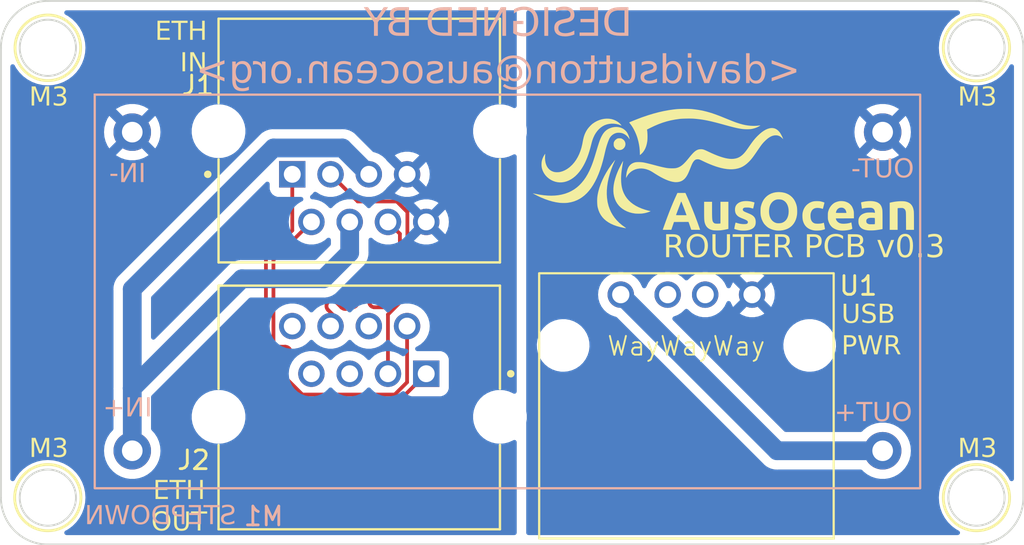
<source format=kicad_pcb>
(kicad_pcb (version 20221018) (generator pcbnew)
  (title_block (title "Router PCB") (date "2023-07-10") (rev "V0.3") (company "AusOcean") (comment 1 "Licenced under GNU Public Licence"))
  (layers (0 "F.Cu" signal) (31 "B.Cu" signal) (34 "B.Paste" user) (35 "F.Paste" user) (36 "B.SilkS" user "B.Silkscreen") (37 "F.SilkS" user "F.Silkscreen") (38 "B.Mask" user) (39 "F.Mask" user) (44 "Edge.Cuts" user))
  (net 0 "")
  (net 1 "/TX+")
  (net 2 "/TX-")
  (net 3 "/RX+")
  (net 4 "+24V")
  (net 5 "/RX-")
  (net 6 "GND")
  (net 7 "+5V")
  (net 10 "GND1")
  (footprint "AusOcean:RJ45_Socket" (layer "F.Cu") (at 94.1 44.45 180)
    (fp_text reference "J1" (at 8.6 2.45) (layer "F.SilkS"))
    (fp_text value "CRJ032-1-TH")
    (pad "" np_thru_hole circle (at -7.5 0 180) (size 2.36 2.36) (drill 2.36) (layers "*.Cu" "*.Mask"))
    (pad "" np_thru_hole circle (at 7.5 0 180) (size 2.36 2.36) (drill 2.36) (layers "*.Cu" "*.Mask"))
    (pad "1" thru_hole rect (at 3.57 -2.3 180) (size 1.408 1.408) (drill 0.9) (layers "*.Cu" "*.Mask") (net 1 "/TX+"))
    (pad "2" thru_hole circle (at 2.55 -4.84 180) (size 1.408 1.408) (drill 0.9) (layers "*.Cu" "*.Mask") (net 2 "/TX-"))
    (pad "3" thru_hole circle (at 1.53 -2.3 180) (size 1.408 1.408) (drill 0.9) (layers "*.Cu" "*.Mask") (net 3 "/RX+"))
    (pad "4" thru_hole circle (at 0.51 -4.84 180) (size 1.408 1.408) (drill 0.9) (layers "*.Cu" "*.Mask") (net 4 "+24V"))
    (pad "5" thru_hole circle (at -0.51 -2.3 180) (size 1.408 1.408) (drill 0.9) (layers "*.Cu" "*.Mask") (net 4 "+24V"))
    (pad "6" thru_hole circle (at -1.53 -4.84 180) (size 1.408 1.408) (drill 0.9) (layers "*.Cu" "*.Mask") (net 5 "/RX-"))
    (pad "7" thru_hole circle (at -2.55 -2.3 180) (size 1.408 1.408) (drill 0.9) (layers "*.Cu" "*.Mask") (net 6 "GND"))
    (pad "8" thru_hole circle (at -3.57 -4.84 180) (size 1.408 1.408) (drill 0.9) (layers "*.Cu" "*.Mask") (net 6 "GND"))
  )
  (footprint "AusOcean:USB_A_2.0_CONN" (layer "F.Cu") (at 119.39 52.03 180)
    (fp_text reference "U1" (at -1.31 -0.67 unlocked) (layer "F.SilkS"))
    (fp_text value "USB_A_2.0")
    (pad "" np_thru_hole circle (at 1.28 -3.85 180) (size 2.3 2.3) (drill 2.3) (layers "F&B.Cu" "*.Mask"))
    (pad "" np_thru_hole circle (at 14.42 -3.85 180) (size 2.3 2.3) (drill 2.3) (layers "F&B.Cu" "*.Mask"))
    (pad "1" thru_hole circle (at 11.35 -1.14 180) (size 1.408 1.408) (drill 0.92) (layers "*.Cu" "*.Mask") (net 7 "+5V"))
    (pad "2" thru_hole circle (at 8.85 -1.14 180) (size 1.408 1.408) (drill 0.92) (layers "*.Cu" "*.Mask"))
    (pad "3" thru_hole circle (at 6.85 -1.14 180) (size 1.408 1.408) (drill 0.92) (layers "*.Cu" "*.Mask"))
    (pad "4" thru_hole circle (at 4.35 -1.14 180) (size 1.408 1.408) (drill 0.92) (layers "*.Cu" "*.Mask") (net 10 "GND1"))
  )
  (footprint "AusOcean:RJ45_Socket" (layer "F.Cu") (at 94.1 59.69)
    (fp_text reference "J2" (at -8.8322 2.31) (layer "F.SilkS"))
    (fp_text value "CRJ032-1-TH")
    (pad "" np_thru_hole circle (at -7.5 0) (size 2.36 2.36) (drill 2.36) (layers "*.Cu" "*.Mask"))
    (pad "" np_thru_hole circle (at 7.5 0) (size 2.36 2.36) (drill 2.36) (layers "*.Cu" "*.Mask"))
    (pad "1" thru_hole rect (at 3.57 -2.3) (size 1.408 1.408) (drill 0.9) (layers "*.Cu" "*.Mask") (net 1 "/TX+"))
    (pad "2" thru_hole circle (at 2.55 -4.84) (size 1.408 1.408) (drill 0.9) (layers "*.Cu" "*.Mask") (net 2 "/TX-"))
    (pad "3" thru_hole circle (at 1.53 -2.3) (size 1.408 1.408) (drill 0.9) (layers "*.Cu" "*.Mask") (net 3 "/RX+"))
    (pad "4" thru_hole circle (at 0.51 -4.84) (size 1.408 1.408) (drill 0.9) (layers "*.Cu" "*.Mask"))
    (pad "5" thru_hole circle (at -0.51 -2.3) (size 1.408 1.408) (drill 0.9) (layers "*.Cu" "*.Mask"))
    (pad "6" thru_hole circle (at -1.53 -4.84) (size 1.408 1.408) (drill 0.9) (layers "*.Cu" "*.Mask") (net 5 "/RX-"))
    (pad "7" thru_hole circle (at -2.55 -2.3) (size 1.408 1.408) (drill 0.9) (layers "*.Cu" "*.Mask"))
    (pad "8" thru_hole circle (at -3.57 -4.84) (size 1.408 1.408) (drill 0.9) (layers "*.Cu" "*.Mask"))
  )
  (footprint "LOGO" (layer "F.Cu") (at 113.5 46.5)
    (fp_text reference "G***" hide)
    (fp_text value "LOGO" hide)
  )
  (footprint "AusOcean:LM2596_Step_Down_Module" (layer "B.Cu") (at 80 42.5)
    (fp_text reference "M1" (at 9 22.5 unlocked) (layer "B.SilkS") (effects (justify mirror)))
    (fp_text value "LM2596_SD")
    (pad "1" thru_hole circle (at 2 19) (size 2 2) (drill 1.1) (layers "*.Cu" "*.Mask") (net 4 "+24V"))
    (pad "2" thru_hole circle (at 2 2) (size 2 2) (drill 1.1) (layers "*.Cu" "*.Mask") (net 6 "GND"))
    (pad "3" thru_hole circle (at 42 19) (size 2 2) (drill 1.1) (layers "*.Cu" "*.Mask") (net 7 "+5V"))
    (pad "4" thru_hole circle (at 42 2) (size 2 2) (drill 1.1) (layers "*.Cu" "*.Mask") (net 10 "GND1"))
  )
  (gr_circle (center 77.5 40) (end 79.25 40) (stroke (width 0.15)) (fill none) (layer "F.SilkS"))
  (gr_circle (center 127 64) (end 128.25 62.75) (stroke (width 0.15)) (fill none) (layer "F.SilkS"))
  (gr_circle (center 127 40) (end 128.25 38.75) (stroke (width 0.15)) (fill none) (layer "F.SilkS"))
  (gr_circle (center 77.5 64) (end 78.75 62.75) (stroke (width 0.15)) (fill none) (layer "F.SilkS"))
  (gr_circle (center 77.5 64) (end 79 64) (stroke (width 0.1)) (fill none) (layer "Edge.Cuts"))
  (gr_circle (center 127 64) (end 128.5 64) (stroke (width 0.1)) (fill none) (layer "Edge.Cuts"))
  (gr_circle (center 127 40) (end 128.5 40) (stroke (width 0.1)) (fill none) (layer "Edge.Cuts"))
  (gr_line (start 77.5 66.5) (end 127 66.5) (stroke (width 0.1)) (layer "Edge.Cuts"))
  (gr_line (start 75 40) (end 75 64) (stroke (width 0.1)) (layer "Edge.Cuts"))
  (gr_arc (start 77.5 66.5) (mid 75.732233 65.767767) (end 75 64) (stroke (width 0.1)) (layer "Edge.Cuts"))
  (gr_arc (start 75 40) (mid 75.732233 38.232233) (end 77.5 37.5) (stroke (width 0.1)) (layer "Edge.Cuts"))
  (gr_line (start 129.5 64) (end 129.5 40) (stroke (width 0.1)) (layer "Edge.Cuts"))
  (gr_line (start 127 37.5) (end 77.5 37.5) (stroke (width 0.1)) (layer "Edge.Cuts"))
  (gr_circle (center 77.5 40) (end 79 40) (stroke (width 0.1)) (fill none) (layer "Edge.Cuts"))
  (gr_arc (start 129.5 64) (mid 128.767767 65.767767) (end 127 66.5) (stroke (width 0.1)) (layer "Edge.Cuts"))
  (gr_arc (start 127 37.5) (mid 128.767767 38.232233) (end 129.5 40) (stroke (width 0.1)) (layer "Edge.Cuts"))
  (gr_text "STEPDOWN" (at 83.5 65) (layer "B.SilkS") (effects (font (size 1 1)) (justify mirror)))
  (gr_text "IN-" (at 81.75 46.75) (layer "B.SilkS") (effects (font (size 1 1) (thickness 0.1)) (justify mirror)))
  (gr_text "DESIGNED BY\n<davidsutton@ausocean.org>" (at 101.5 40) (layer "B.SilkS") (effects (font (size 1.5 1.5) (thickness 0.1)) (justify mirror)))
  (gr_text "IN+" (at 81.75 59.25) (layer "B.SilkS") (effects (font (size 1 1) (thickness 0.1)) (justify mirror)))
  (gr_text "OUT+" (at 121.5 59.5) (layer "B.SilkS") (effects (font (size 1 1) (thickness 0.1)) (justify mirror)))
  (gr_text "OUT-" (at 122 46.5) (layer "B.SilkS") (effects (font (size 1 1) (thickness 0.1)) (justify mirror)))
  (gr_text "M3" (at 126 62) (layer "F.SilkS") (effects (font (size 1 1)) (justify left bottom)))
  (gr_text "ETH\nIN" (at 86 40) (layer "F.SilkS") (effects (font (size 1 1)) (justify right)))
  (gr_text "USB\nPWR" (at 119.8 55.1) (layer "F.SilkS") (effects (font (size 1 1)) (justify left)))
  (gr_text "M3" (at 126 43.25) (layer "F.SilkS") (effects (font (size 1 1)) (justify left bottom)))
  (gr_text "WayWayWay" (at 107.25 56.5) (layer "F.SilkS") (effects (font (size 1 1) (thickness 0.1)) (justify left bottom)))
  (gr_text "ETH\nOUT" (at 84.5 64.5) (layer "F.SilkS") (effects (font (size 1 1))))
  (gr_text "M3" (at 76.5 62) (layer "F.SilkS") (effects (font (size 1 1)) (justify left bottom)))
  (gr_text "M3" (at 76.5 43.25) (layer "F.SilkS") (effects (font (size 1 1)) (justify left bottom)))
  (gr_text "ROUTER PCB v0.3" (at 110.292724 51.375349) (layer "F.SilkS") (effects (font (size 1.2 1.2)) (justify left bottom)))
  (segment (start 96.16 58.9) (end 97.67 57.39) (width 0.2) (layer "F.Cu") (net 1))
  (segment (start 90.9 58.9) (end 96.16 58.9) (width 0.2) (layer "F.Cu") (net 1))
  (segment (start 90.53 46.75) (end 90.53 49.744314) (width 0.2) (layer "F.Cu") (net 1))
  (segment (start 89.126 51.148315) (end 89.126 57.126) (width 0.2) (layer "F.Cu") (net 1))
  (segment (start 89.126 57.126) (end 90.9 58.9) (width 0.2) (layer "F.Cu") (net 1))
  (segment (start 90.53 49.744314) (end 89.126 51.148315) (width 0.2) (layer "F.Cu") (net 1))
  (segment (start 90.149046 55.95) (end 89.826 55.95) (width 0.2) (layer "F.Cu") (net 2))
  (segment (start 96.65 54.85) (end 96.65 57.844314) (width 0.2) (layer "F.Cu") (net 2))
  (segment (start 95.994314 58.5) (end 91.065686 58.5) (width 0.2) (layer "F.Cu") (net 2))
  (segment (start 89.526 55.65) (end 89.526 51.314) (width 0.2) (layer "F.Cu") (net 2))
  (segment (start 91.065686 58.5) (end 89.526 56.960314) (width 0.2) (layer "F.Cu") (net 2))
  (segment (start 89.826 56.55) (end 90.149046 56.55) (width 0.2) (layer "F.Cu") (net 2))
  (segment (start 89.526 56.960314) (end 89.526 56.85) (width 0.2) (layer "F.Cu") (net 2))
  (segment (start 89.526 51.314) (end 91.55 49.29) (width 0.2) (layer "F.Cu") (net 2))
  (segment (start 96.65 57.844314) (end 95.994314 58.5) (width 0.2) (layer "F.Cu") (net 2))
  (arc (start 90.449046 56.25) (mid 90.361178 56.037868) (end 90.149046 55.95) (width 0.2) (layer "F.Cu") (net 2))
  (arc (start 89.826 55.95) (mid 89.613868 55.862132) (end 89.526 55.65) (width 0.2) (layer "F.Cu") (net 2))
  (arc (start 90.149046 56.55) (mid 90.361178 56.462132) (end 90.449046 56.25) (width 0.2) (layer "F.Cu") (net 2))
  (arc (start 89.526 56.85) (mid 89.613868 56.637868) (end 89.826 56.55) (width 0.2) (layer "F.Cu") (net 2))
  (segment (start 92.57 46.75) (end 94.02 48.2) (width 0.2) (layer "F.Cu") (net 3))
  (segment (start 96.1 48.2) (end 96.666 48.766) (width 0.2) (layer "F.Cu") (net 3))
  (segment (start 96.666 53.194) (end 95.63 54.23) (width 0.2) (layer "F.Cu") (net 3))
  (segment (start 94.02 48.2) (end 96.1 48.2) (width 0.2) (layer "F.Cu") (net 3))
  (segment (start 96.666 48.766) (end 96.666 53.194) (width 0.2) (layer "F.Cu") (net 3))
  (segment (start 95.63 54.23) (end 95.63 57.39) (width 0.2) (layer "F.Cu") (net 3))
  (segment (start 89.528 45.346) (end 82 52.874) (width 1) (layer "B.Cu") (net 4))
  (segment (start 82 52.874) (end 82 58.166) (width 1) (layer "B.Cu") (net 4))
  (segment (start 92.202 52.324) (end 87.842 52.324) (width 1) (layer "B.Cu") (net 4))
  (segment (start 93.206 45.346) (end 89.528 45.346) (width 1) (layer "B.Cu") (net 4))
  (segment (start 93.59 50.936) (end 92.202 52.324) (width 1) (layer "B.Cu") (net 4))
  (segment (start 87.842 52.324) (end 82 58.166) (width 1) (layer "B.Cu") (net 4))
  (segment (start 93.59 49.29) (end 93.59 50.936) (width 1) (layer "B.Cu") (net 4))
  (segment (start 94.61 46.75) (end 93.206 45.346) (width 1) (layer "B.Cu") (net 4))
  (segment (start 82 58.166) (end 82 61.5) (width 1) (layer "B.Cu") (net 4))
  (segment (start 93.147735 53.848) (end 93.147734 53.848) (width 0.2) (layer "F.Cu") (net 5))
  (segment (start 96.266 49.926) (end 95.63 49.29) (width 0.2) (layer "F.Cu") (net 5))
  (segment (start 92.72347 54.272263) (end 92.440628 53.989421) (width 0.2) (layer "F.Cu") (net 5))
  (segment (start 94.026 53.548) (end 94.026 53.203202) (width 0.2) (layer "F.Cu") (net 5))
  (segment (start 93.572 53.848) (end 93.726 53.848) (width 0.2) (layer "F.Cu") (net 5))
  (segment (start 96.266 50.217997) (end 96.266 49.926) (width 0.2) (layer "F.Cu") (net 5))
  (segment (start 95.621202 50.928314) (end 95.966 50.928314) (width 0.2) (layer "F.Cu") (net 5))
  (segment (start 95.621202 52.128314) (end 95.966 52.128314) (width 0.2) (layer "F.Cu") (net 5))
  (segment (start 96.266 50.628314) (end 96.266 50.217997) (width 0.2) (layer "F.Cu") (net 5))
  (segment (start 92.864892 53.565157) (end 93.147735 53.848) (width 0.2) (layer "F.Cu") (net 5))
  (segment (start 94.926 53.848) (end 95.446314 53.848) (width 0.2) (layer "F.Cu") (net 5))
  (segment (start 92.57 54.85) (end 92.72347 54.696527) (width 0.2) (layer "F.Cu") (net 5))
  (segment (start 95.446314 53.848) (end 96.266 53.028314) (width 0.2) (layer "F.Cu") (net 5))
  (segment (start 94.626 53.203202) (end 94.626 53.548) (width 0.2) (layer "F.Cu") (net 5))
  (segment (start 95.966 52.728314) (end 95.621202 52.728314) (width 0.2) (layer "F.Cu") (net 5))
  (segment (start 95.966 51.528314) (end 95.621202 51.528314) (width 0.2) (layer "F.Cu") (net 5))
  (arc (start 92.72347 54.696527) (mid 92.811338 54.484395) (end 92.72347 54.272263) (width 0.2) (layer "F.Cu") (net 5))
  (arc (start 94.026 53.203202) (mid 94.113868 52.99107) (end 94.326 52.903202) (width 0.2) (layer "F.Cu") (net 5))
  (arc (start 95.966 50.928314) (mid 96.178132 50.840446) (end 96.266 50.628314) (width 0.2) (layer "F.Cu") (net 5))
  (arc (start 95.321202 51.228314) (mid 95.40907 51.016182) (end 95.621202 50.928314) (width 0.2) (layer "F.Cu") (net 5))
  (arc (start 96.266 53.028314) (mid 96.178132 52.816182) (end 95.966 52.728314) (width 0.2) (layer "F.Cu") (net 5))
  (arc (start 92.440628 53.989421) (mid 92.35276 53.777289) (end 92.440628 53.565157) (width 0.2) (layer "F.Cu") (net 5))
  (arc (start 94.326 52.903202) (mid 94.538132 52.99107) (end 94.626 53.203202) (width 0.2) (layer "F.Cu") (net 5))
  (arc (start 92.440628 53.565157) (mid 92.65276 53.477289) (end 92.864892 53.565157) (width 0.2) (layer "F.Cu") (net 5))
  (arc (start 95.621202 52.728314) (mid 95.40907 52.640446) (end 95.321202 52.428314) (width 0.2) (layer "F.Cu") (net 5))
  (arc (start 95.966 52.128314) (mid 96.178132 52.040446) (end 96.266 51.828314) (width 0.2) (layer "F.Cu") (net 5))
  (arc (start 96.266 51.828314) (mid 96.178132 51.616182) (end 95.966 51.528314) (width 0.2) (layer "F.Cu") (net 5))
  (arc (start 95.321202 52.428314) (mid 95.40907 52.216182) (end 95.621202 52.128314) (width 0.2) (layer "F.Cu") (net 5))
  (arc (start 95.621202 51.528314) (mid 95.40907 51.440446) (end 95.321202 51.228314) (width 0.2) (layer "F.Cu") (net 5))
  (arc (start 93.147734 53.848) (mid 93.359867 53.935868) (end 93.572 53.848) (width 0.2) (layer "F.Cu") (net 5))
  (arc (start 93.726 53.848) (mid 93.938132 53.760132) (end 94.026 53.548) (width 0.2) (layer "F.Cu") (net 5))
  (arc (start 94.626 53.548) (mid 94.713868 53.760132) (end 94.926 53.848) (width 0.2) (layer "F.Cu") (net 5))
  (segment (start 108.04 53.17) (end 116.37 61.5) (width 1) (layer "B.Cu") (net 7))
  (segment (start 116.37 61.5) (end 122 61.5) (width 1) (layer "B.Cu") (net 7))
  (zone (net 10) (net_name "GND1") (layer "B.Cu") (priority 1) (connect_pads (clearance 0.5)) (min_thickness 0.25) (fill yes (thermal_gap 0.5) (thermal_bridge_width 0.5))
    (polygon (pts (xy 129.5 37.5) (xy 103 37.5) (xy 103 66.5) (xy 129.5 66.5)))
  )
  (zone (net 6) (net_name "GND") (layer "B.Cu") (connect_pads (clearance 0.5)) (min_thickness 0.25) (fill yes (thermal_gap 0.5) (thermal_bridge_width 0.5) (island_removal_mode 1) (island_area_min 10))
    (polygon (pts (xy 75 37.5) (xy 103 37.5) (xy 103 66.5) (xy 75 66.5)))
  )
)
</source>
